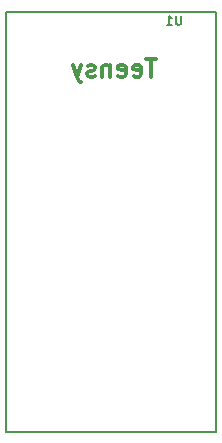
<source format=gbr>
G04 #@! TF.FileFunction,Legend,Bot*
%FSLAX46Y46*%
G04 Gerber Fmt 4.6, Leading zero omitted, Abs format (unit mm)*
G04 Created by KiCad (PCBNEW 4.0.0-rc1-stable) date 30/03/2017 16:27:04*
%MOMM*%
G01*
G04 APERTURE LIST*
%ADD10C,0.076200*%
%ADD11C,0.300000*%
%ADD12C,0.150000*%
%ADD13C,0.127000*%
G04 APERTURE END LIST*
D10*
D11*
X109235428Y-100524571D02*
X108378285Y-100524571D01*
X108806856Y-102024571D02*
X108806856Y-100524571D01*
X107306857Y-101953143D02*
X107449714Y-102024571D01*
X107735428Y-102024571D01*
X107878285Y-101953143D01*
X107949714Y-101810286D01*
X107949714Y-101238857D01*
X107878285Y-101096000D01*
X107735428Y-101024571D01*
X107449714Y-101024571D01*
X107306857Y-101096000D01*
X107235428Y-101238857D01*
X107235428Y-101381714D01*
X107949714Y-101524571D01*
X106021143Y-101953143D02*
X106164000Y-102024571D01*
X106449714Y-102024571D01*
X106592571Y-101953143D01*
X106664000Y-101810286D01*
X106664000Y-101238857D01*
X106592571Y-101096000D01*
X106449714Y-101024571D01*
X106164000Y-101024571D01*
X106021143Y-101096000D01*
X105949714Y-101238857D01*
X105949714Y-101381714D01*
X106664000Y-101524571D01*
X105306857Y-101024571D02*
X105306857Y-102024571D01*
X105306857Y-101167429D02*
X105235429Y-101096000D01*
X105092571Y-101024571D01*
X104878286Y-101024571D01*
X104735429Y-101096000D01*
X104664000Y-101238857D01*
X104664000Y-102024571D01*
X104021143Y-101953143D02*
X103878286Y-102024571D01*
X103592571Y-102024571D01*
X103449714Y-101953143D01*
X103378286Y-101810286D01*
X103378286Y-101738857D01*
X103449714Y-101596000D01*
X103592571Y-101524571D01*
X103806857Y-101524571D01*
X103949714Y-101453143D01*
X104021143Y-101310286D01*
X104021143Y-101238857D01*
X103949714Y-101096000D01*
X103806857Y-101024571D01*
X103592571Y-101024571D01*
X103449714Y-101096000D01*
X102878285Y-101024571D02*
X102521142Y-102024571D01*
X102164000Y-101024571D02*
X102521142Y-102024571D01*
X102664000Y-102381714D01*
X102735428Y-102453143D01*
X102878285Y-102524571D01*
D12*
X114300000Y-96520000D02*
X96520000Y-96520000D01*
X96520000Y-96520000D02*
X96520000Y-132080000D01*
X96520000Y-132080000D02*
X114300000Y-132080000D01*
X114300000Y-132080000D02*
X114300000Y-96520000D01*
D13*
X111324571Y-96864714D02*
X111324571Y-97481571D01*
X111288286Y-97554143D01*
X111252000Y-97590429D01*
X111179429Y-97626714D01*
X111034286Y-97626714D01*
X110961714Y-97590429D01*
X110925429Y-97554143D01*
X110889143Y-97481571D01*
X110889143Y-96864714D01*
X110127143Y-97626714D02*
X110562571Y-97626714D01*
X110344857Y-97626714D02*
X110344857Y-96864714D01*
X110417428Y-96973571D01*
X110490000Y-97046143D01*
X110562571Y-97082429D01*
M02*

</source>
